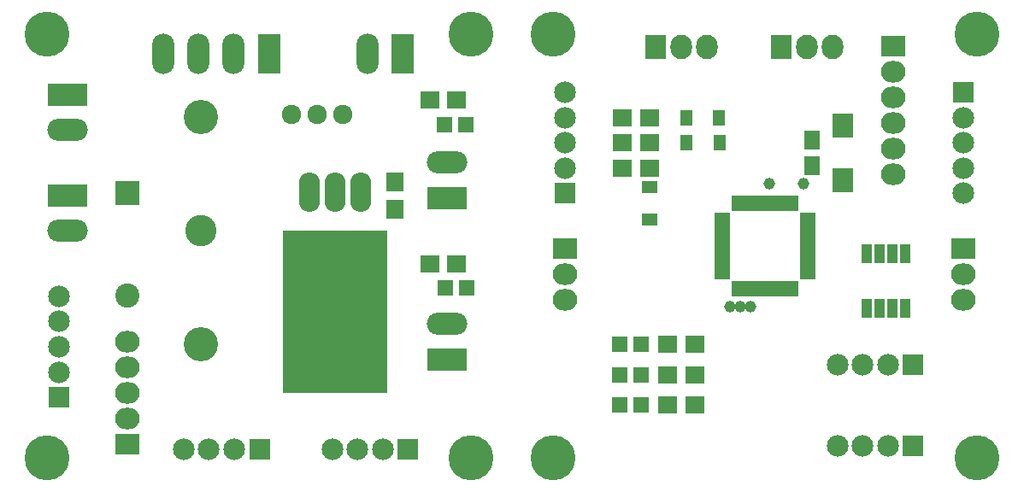
<source format=gbr>
G04 #@! TF.FileFunction,Soldermask,Top*
%FSLAX46Y46*%
G04 Gerber Fmt 4.6, Leading zero omitted, Abs format (unit mm)*
G04 Created by KiCad (PCBNEW 4.0.5) date Thu Feb 16 15:30:16 2017*
%MOMM*%
%LPD*%
G01*
G04 APERTURE LIST*
%ADD10C,0.100000*%
%ADD11R,2.150000X2.150000*%
%ADD12C,2.150000*%
%ADD13O,2.099260X3.900120*%
%ADD14R,10.400000X16.150000*%
%ADD15C,1.924000*%
%ADD16C,3.400000*%
%ADD17C,3.100000*%
%ADD18R,4.000000X2.200000*%
%ADD19O,4.000000X2.200000*%
%ADD20C,2.398980*%
%ADD21R,2.398980X2.398980*%
%ADD22R,1.598880X1.598880*%
%ADD23R,2.432000X2.127200*%
%ADD24O,2.432000X2.127200*%
%ADD25R,1.900000X1.700000*%
%ADD26R,1.700000X1.900000*%
%ADD27R,2.200000X4.000000*%
%ADD28O,2.200000X4.000000*%
%ADD29C,4.464000*%
%ADD30R,1.000000X1.950000*%
%ADD31C,1.150000*%
%ADD32R,1.650000X1.900000*%
%ADD33R,1.310000X1.620000*%
%ADD34R,1.620000X1.310000*%
%ADD35R,2.127200X2.432000*%
%ADD36O,2.127200X2.432000*%
%ADD37R,2.000000X2.400000*%
%ADD38R,1.600000X1.000000*%
%ADD39R,1.000000X1.600000*%
G04 APERTURE END LIST*
D10*
D11*
X125050000Y-95175000D03*
D12*
X122550000Y-95175000D03*
X120050000Y-95175000D03*
X117550000Y-95175000D03*
D13*
X132550000Y-69636000D03*
X135090000Y-69636000D03*
X130010000Y-69636000D03*
D14*
X132550000Y-81550000D03*
D15*
X135550000Y-83136000D03*
X135550000Y-81136000D03*
X135550000Y-79136000D03*
X135550000Y-77136000D03*
X135550000Y-75136000D03*
X133550000Y-77136000D03*
X133550000Y-75136000D03*
X133550000Y-79136000D03*
X133550000Y-81136000D03*
X133550000Y-83136000D03*
X131550000Y-75136000D03*
X129550000Y-79136000D03*
X131550000Y-79136000D03*
X131550000Y-77136000D03*
X129550000Y-75136000D03*
X129550000Y-77136000D03*
X129550000Y-81136000D03*
X131550000Y-83136000D03*
X131550000Y-81136000D03*
X129550000Y-83136000D03*
X135550000Y-85136000D03*
X135550000Y-87636000D03*
X129550000Y-85136000D03*
X129550000Y-87636000D03*
D16*
X119250000Y-84750000D03*
X119250000Y-62250000D03*
D17*
X119250000Y-73500000D03*
D18*
X143650000Y-86250000D03*
D19*
X143650000Y-82750000D03*
D11*
X139775000Y-95175000D03*
D12*
X137275000Y-95175000D03*
X134775000Y-95175000D03*
X132275000Y-95175000D03*
D11*
X105200000Y-90000000D03*
D12*
X105200000Y-87500000D03*
X105200000Y-85000000D03*
X105200000Y-82500000D03*
X105200000Y-80000000D03*
D20*
X112007620Y-79910000D03*
D21*
X112007620Y-69750000D03*
D22*
X143450980Y-79150000D03*
X145549020Y-79150000D03*
X143401960Y-63000000D03*
X145500000Y-63000000D03*
D23*
X112000000Y-94620000D03*
D24*
X112000000Y-92080000D03*
X112000000Y-89540000D03*
X112000000Y-87000000D03*
X112000000Y-84460000D03*
D25*
X141900000Y-76750000D03*
X144600000Y-76750000D03*
X141900000Y-60500000D03*
X144600000Y-60500000D03*
D15*
X130790000Y-62000000D03*
X128250000Y-62000000D03*
X133330000Y-62000000D03*
D26*
X138500000Y-71350000D03*
X138500000Y-68650000D03*
D18*
X106000000Y-60000000D03*
D19*
X106000000Y-63500000D03*
D18*
X106000000Y-70000000D03*
D19*
X106000000Y-73500000D03*
D27*
X126000000Y-56000000D03*
D28*
X122500000Y-56000000D03*
X119000000Y-56000000D03*
X115500000Y-56000000D03*
D27*
X139250000Y-56000000D03*
D28*
X135750000Y-56000000D03*
D18*
X143650000Y-70250000D03*
D19*
X143650000Y-66750000D03*
D29*
X104000000Y-96000000D03*
X104000000Y-54000000D03*
X146000000Y-96000000D03*
X146000000Y-54000000D03*
D30*
X189055000Y-75800000D03*
X187785000Y-75800000D03*
X186515000Y-75800000D03*
X185245000Y-75800000D03*
X185245000Y-81200000D03*
X186515000Y-81200000D03*
X187785000Y-81200000D03*
X189055000Y-81200000D03*
D31*
X175550000Y-68800000D03*
X178950000Y-68800000D03*
X173650000Y-81000000D03*
X172650000Y-81000000D03*
D29*
X196150000Y-54000000D03*
X154150000Y-54000000D03*
X154150000Y-96000000D03*
X196150000Y-96000000D03*
D11*
X189810000Y-86780000D03*
D12*
X187310000Y-86780000D03*
X184810000Y-86780000D03*
X182310000Y-86780000D03*
D32*
X179810000Y-67030000D03*
X179810000Y-64530000D03*
D33*
X167325000Y-62280000D03*
X170595000Y-62280000D03*
X167340000Y-64780000D03*
X170610000Y-64780000D03*
D34*
X163660000Y-69145000D03*
X163660000Y-72415000D03*
D22*
X162859020Y-90780000D03*
X160760980Y-90780000D03*
X162810000Y-84780000D03*
X160711960Y-84780000D03*
X162810000Y-87780000D03*
X160711960Y-87780000D03*
D11*
X155310000Y-69780000D03*
D12*
X155310000Y-67280000D03*
X155310000Y-64780000D03*
X155310000Y-62280000D03*
X155310000Y-59780000D03*
D23*
X155310000Y-75240000D03*
D24*
X155310000Y-77780000D03*
X155310000Y-80320000D03*
D11*
X194810000Y-59780000D03*
D12*
X194810000Y-62280000D03*
X194810000Y-64780000D03*
X194810000Y-67280000D03*
X194810000Y-69780000D03*
D23*
X194810000Y-75240000D03*
D24*
X194810000Y-77780000D03*
X194810000Y-80320000D03*
D23*
X187810000Y-55240000D03*
D24*
X187810000Y-57780000D03*
X187810000Y-60320000D03*
X187810000Y-62860000D03*
X187810000Y-65400000D03*
X187810000Y-67940000D03*
D11*
X189810000Y-94780000D03*
D12*
X187310000Y-94780000D03*
X184810000Y-94780000D03*
X182310000Y-94780000D03*
D35*
X164270000Y-55280000D03*
D36*
X166810000Y-55280000D03*
X169350000Y-55280000D03*
D35*
X176770000Y-55280000D03*
D36*
X179310000Y-55280000D03*
X181850000Y-55280000D03*
D25*
X163660000Y-62280000D03*
X160960000Y-62280000D03*
X163660000Y-64780000D03*
X160960000Y-64780000D03*
X163660000Y-67280000D03*
X160960000Y-67280000D03*
X168160000Y-90780000D03*
X165460000Y-90780000D03*
X168160000Y-84780000D03*
X165460000Y-84780000D03*
X168160000Y-87780000D03*
X165460000Y-87780000D03*
D37*
X182810000Y-63080000D03*
X182810000Y-68480000D03*
D38*
X170900000Y-72200000D03*
X170900000Y-73000000D03*
X170900000Y-73800000D03*
X170900000Y-74600000D03*
X170900000Y-75400000D03*
X170900000Y-76200000D03*
X170900000Y-77000000D03*
X170900000Y-77800000D03*
D39*
X172350000Y-79250000D03*
X173150000Y-79250000D03*
X173950000Y-79250000D03*
X174750000Y-79250000D03*
X175550000Y-79250000D03*
X176350000Y-79250000D03*
X177150000Y-79250000D03*
X177950000Y-79250000D03*
D38*
X179400000Y-77800000D03*
X179400000Y-77000000D03*
X179400000Y-76200000D03*
X179400000Y-75400000D03*
X179400000Y-74600000D03*
X179400000Y-73800000D03*
X179400000Y-73000000D03*
X179400000Y-72200000D03*
D39*
X177950000Y-70750000D03*
X177150000Y-70750000D03*
X176350000Y-70750000D03*
X175550000Y-70750000D03*
X174750000Y-70750000D03*
X173950000Y-70750000D03*
X173150000Y-70750000D03*
X172350000Y-70750000D03*
D31*
X171650000Y-81000000D03*
M02*

</source>
